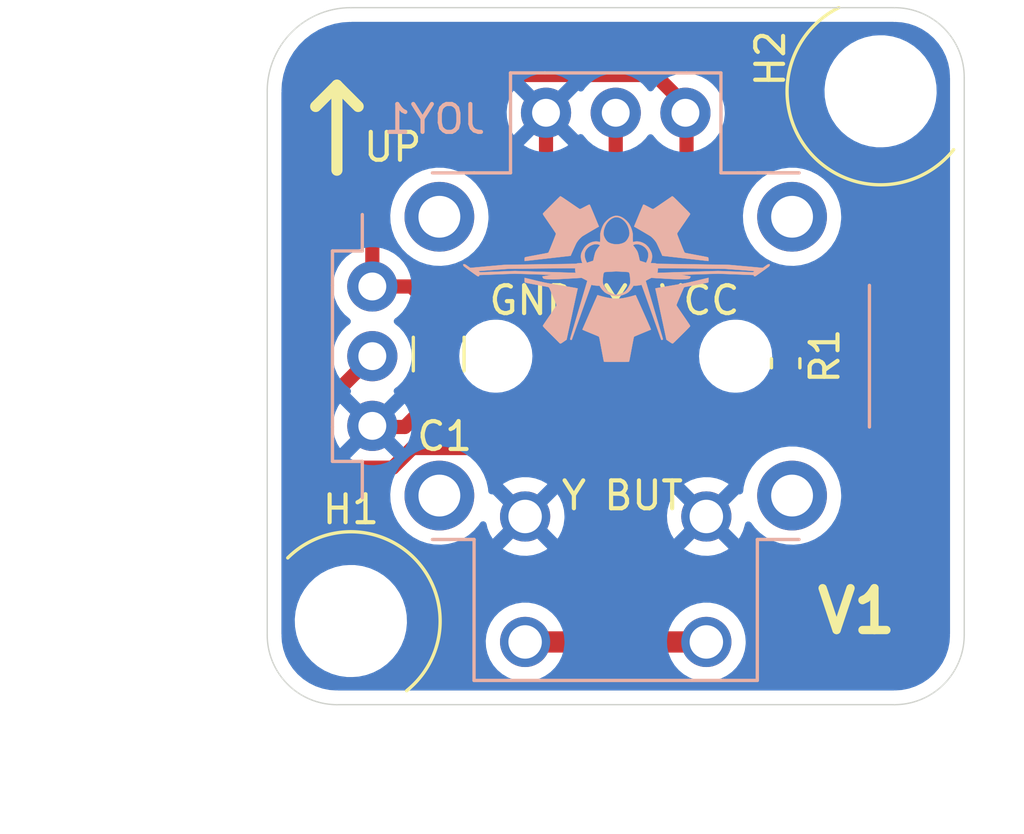
<source format=kicad_pcb>
(kicad_pcb (version 20211014) (generator pcbnew)
  (layers (0 "F.Cu" signal) (31 "B.Cu" signal) (34 "B.Paste" user) (35 "F.Paste" user) (36 "B.SilkS" user "B.Silkscreen") (37 "F.SilkS" user "F.Silkscreen") (38 "B.Mask" user) (39 "F.Mask" user) (44 "Edge.Cuts" user))
  (net 0 "")
  (net 1 "GND")
  (net 2 "VCC")
  (net 3 "Net-(J3-Pad1)")
  (net 4 "Net-(J4-Pad1)")
  (net 5 "Net-(J5-Pad1)")
  (footprint "MountingHole:MountingHole_3mm" (layer "F.Cu") (at 100.5 94.5)
    (fp_text reference "H1" (at 0 -4) (layer "F.SilkS"))
    (fp_text value "MountingHole")
    (pad "" np_thru_hole circle locked (at 0 0) (size 3 3) (drill 3) (layers *.Cu *.Mask))
  )
  (footprint "Capacitor_SMD:C_1206_3216Metric" (layer "F.Cu") (at 103.65 84.9238 -90)
    (fp_text reference "C1" (at 2.949847 -0.211956) (layer "F.SilkS"))
    (fp_text value "4.7uF")
    (pad "1" smd roundrect locked (at -1.4 0 270) (size 1.25 1.75) (layers "F.Cu" "F.Paste" "F.Mask") (roundrect_rratio 0.2) (net 2 "VCC"))
    (pad "2" smd roundrect locked (at 1.4 0 270) (size 1.25 1.75) (layers "F.Cu" "F.Paste" "F.Mask") (roundrect_rratio 0.2) (net 1 "GND"))
  )
  (footprint "MountingHole:MountingHole_3mm" (layer "F.Cu") (at 119.5 75.5)
    (fp_text reference "H2" (at -3.952 -1.176 90) (layer "F.SilkS"))
    (fp_text value "MountingHole")
    (pad "" np_thru_hole circle locked (at 0 0) (size 3 3) (drill 3) (layers *.Cu *.Mask))
  )
  (footprint "KiCAD_Libraries:SolderWirePad_1x01_SMD_2x4mm" (layer "F.Cu") (at 113 80.0978)
    (fp_text reference "J2" hide)
    (fp_text value "Conn_01x01")
    (pad "1" smd roundrect locked (at 0 0) (size 2 4) (layers "F.Cu" "F.Paste" "F.Mask") (net 2 "VCC"))
  )
  (footprint "KiCAD_Libraries:SolderWirePad_1x01_SMD_2x4mm" (layer "F.Cu") (at 110.127 80.1486)
    (fp_text reference "J3" hide)
    (fp_text value "Conn_01x01")
    (pad "1" smd roundrect locked (at 0 0) (size 2 4) (layers "F.Cu" "F.Paste" "F.Mask") (net 3 "Net-(J3-Pad1)"))
  )
  (footprint "KiCAD_Libraries:SolderWirePad_1x01_SMD_2x4mm" (layer "F.Cu") (at 111.4986 87 180)
    (fp_text reference "J5" hide)
    (fp_text value "Conn_01x01")
    (pad "1" smd roundrect locked (at 0 0 180) (size 2 4) (layers "F.Cu" "F.Paste" "F.Mask") (net 5 "Net-(J5-Pad1)"))
  )
  (footprint "KiCAD_Libraries:SolderWirePad_1x01_SMD_2x4mm" (layer "F.Cu") (at 107 80.1232)
    (fp_text reference "J6" hide)
    (fp_text value "Conn_01x01")
    (pad "1" smd roundrect locked (at 0 0) (size 2 4) (layers "F.Cu" "F.Paste" "F.Mask") (net 1 "GND"))
  )
  (footprint "Resistor_SMD:R_0603_1608Metric" (layer "F.Cu") (at 116.096 85.254 -90)
    (fp_text reference "R1" (at -0.254 -1.404 -90) (layer "F.SilkS"))
    (fp_text value "10k")
    (pad "1" smd roundrect locked (at -0.7875 0 270) (size 0.875 0.95) (layers "F.Cu" "F.Paste" "F.Mask") (net 2 "VCC"))
    (pad "2" smd roundrect locked (at 0.7875 0 270) (size 0.875 0.95) (layers "F.Cu" "F.Paste" "F.Mask") (net 5 "Net-(J5-Pad1)"))
  )
  (footprint "KiCAD_Libraries:SolderWirePad_1x01_SMD_2x4mm" (layer "F.Cu") (at 108.4252 87 180)
    (fp_text reference "J4" hide)
    (fp_text value "Conn_01x01")
    (pad "1" smd roundrect locked (at 0 0 180) (size 2 4) (layers "F.Cu" "F.Paste" "F.Mask") (net 4 "Net-(J4-Pad1)"))
  )
  (footprint "KiCAD_Libraries:RKJXV12" (layer "B.Cu") (at 110 85 180)
    (fp_text reference "JOY1" (at 6.5 8.5) (layer "B.SilkS") (effects (justify mirror)))
    (fp_text value "ANALOGSTICK_CENTERPUSH")
    (pad "" np_thru_hole circle locked (at -4.3 0) (size 1.6 1.6) (drill 1.6) (layers *.Cu *.Mask))
    (pad "" np_thru_hole circle locked (at 4.3 0 180) (size 1.6 1.6) (drill 1.6) (layers *.Cu *.Mask))
    (pad "1" thru_hole circle locked (at 8.73 -2.5 180) (size 1.8 1.8) (drill 1) (layers *.Cu *.Mask) (net 1 "GND"))
    (pad "2" thru_hole circle locked (at 8.73 0 180) (size 1.8 1.8) (drill 1) (layers *.Cu *.Mask) (net 4 "Net-(J4-Pad1)"))
    (pad "3" thru_hole circle locked (at 8.73 2.5 180) (size 1.8 1.8) (drill 1) (layers *.Cu *.Mask) (net 2 "VCC"))
    (pad "4" thru_hole circle locked (at 2.5 8.73 90) (size 1.8 1.8) (drill 1) (layers *.Cu *.Mask) (net 1 "GND"))
    (pad "5" thru_hole circle locked (at 0 8.73 90) (size 1.8 1.8) (drill 1) (layers *.Cu *.Mask) (net 3 "Net-(J3-Pad1)"))
    (pad "6" thru_hole circle locked (at -2.5 8.73 90) (size 1.8 1.8) (drill 1) (layers *.Cu *.Mask) (net 2 "VCC"))
    (pad "MNT1" thru_hole circle locked (at 6.325 5) (size 2.5 2.5) (drill 1.5) (layers *.Cu *.Mask))
    (pad "MNT1" thru_hole circle locked (at 6.325 -5 180) (size 2.5 2.5) (drill 1.5) (layers *.Cu *.Mask))
    (pad "MNT1" thru_hole circle locked (at -6.325 -5 180) (size 2.5 2.5) (drill 1.5) (layers *.Cu *.Mask))
    (pad "MNT1" thru_hole circle locked (at -6.325 5) (size 2.5 2.5) (drill 1.5) (layers *.Cu *.Mask))
    (pad "a" thru_hole circle locked (at -3.25 -5.75 180) (size 1.8 1.8) (drill 1.2) (layers *.Cu *.Mask) (net 1 "GND"))
    (pad "b" thru_hole circle locked (at -3.25 -10.25 180) (size 1.8 1.8) (drill 1.2) (layers *.Cu *.Mask) (net 5 "Net-(J5-Pad1)"))
    (pad "c" thru_hole circle locked (at 3.25 -5.75 180) (size 1.8 1.8) (drill 1.2) (layers *.Cu *.Mask) (net 1 "GND"))
    (pad "d" thru_hole circle locked (at 3.25 -10.25 180) (size 1.8 1.8) (drill 1.2) (layers *.Cu *.Mask) (net 5 "Net-(J5-Pad1)"))
  )
  (footprint "KiCAD_Libraries:OH_LOGO_NO_TEXT_11mm_5.9mm" (layer "B.Cu") (at 110 81.952)
    (fp_text reference "G***" hide)
    (fp_text value "LOGO" hide)
  )
  (gr_arc (start 98.236155 92.236155) (mid 102.885572 92.364811) (end 102.499999 96.999999) (layer "F.SilkS") (width 0.12))
  (gr_arc (start 122.119112 77.59529) (mid 116.89163 77.608647) (end 118.000001 72.500001) (layer "F.SilkS") (width 0.12))
  (gr_arc (start 100 97.5) (mid 98.232233 96.767767) (end 97.5 95) (layer "Edge.Cuts") (width 0.05))
  (gr_arc (start 97.5 75.5) (mid 98.37868 73.37868) (end 100.5 72.5) (layer "Edge.Cuts") (width 0.05))
  (gr_line (start 120 97.5) (end 100 97.5) (layer "Edge.Cuts") (width 0.05))
  (gr_line (start 100.5 72.5) (end 120 72.5) (layer "Edge.Cuts") (width 0.05))
  (gr_arc (start 122.5 95) (mid 121.767767 96.767767) (end 120 97.5) (layer "Edge.Cuts") (width 0.05))
  (gr_line (start 122.5 75) (end 122.5 95) (layer "Edge.Cuts") (width 0.05))
  (gr_arc (start 120 72.5) (mid 121.767767 73.232233) (end 122.5 75) (layer "Edge.Cuts") (width 0.05))
  (gr_line (start 97.5 95) (end 97.5 75.5) (layer "Edge.Cuts") (width 0.05))
  (gr_text "↑" (at 100 76.5) (layer "F.SilkS") (effects (font (size 4 4) (thickness 0.4))))
  (gr_text "GND" (at 107 83) (layer "F.SilkS") (effects (font (size 1 1))))
  (gr_text "BUT" (at 111 90) (layer "F.SilkS") (effects (font (size 1 1))))
  (gr_text "V1" (at 118.636 94.144) (layer "F.SilkS") (effects (font (size 1.5 1.5) (thickness 0.3))))
  (gr_text "Y" (at 108.5 90) (layer "F.SilkS") (effects (font (size 1 1))))
  (gr_text "UP" (at 102 77.5) (layer "F.SilkS") (effects (font (size 1 1))))
  (gr_text "Y" (at 110 83) (layer "F.SilkS") (effects (font (size 1 1))))
  (gr_text "VCC" (at 113 83) (layer "F.SilkS") (effects (font (size 1 1))))
  (segment (start 103 86.9738) (end 102.4338 87.54) (width 0.508) (layer "F.Cu") (net 1))
  (segment (start 102.4338 87.54) (end 101.364 87.54) (width 0.508) (layer "F.Cu") (net 1))
  (segment (start 103.65 86.3238) (end 103 86.9738) (width 0.508) (layer "F.Cu") (net 1))
  (segment (start 107.5 76.27) (end 107.5 79.5) (width 0.508) (layer "F.Cu") (net 1))
  (segment (start 112.54 79.666) (end 112.54 76.54) (width 0.508) (layer "F.Cu") (net 2))
  (segment (start 101.27 76.73) (end 103.084001 74.915999) (width 0.508) (layer "F.Cu") (net 2))
  (segment (start 116.096 84.4665) (end 116.096 83.73) (width 0.508) (layer "F.Cu") (net 2))
  (segment (start 101.27 82.5) (end 101.27 76.73) (width 0.508) (layer "F.Cu") (net 2))
  (segment (start 103.084001 74.915999) (end 111.415999 74.915999) (width 0.508) (layer "F.Cu") (net 2))
  (segment (start 113.048 80.682) (end 113.048 80.428) (width 0.508) (layer "F.Cu") (net 2))
  (segment (start 101.27 82.5) (end 102.674 82.5) (width 0.508) (layer "F.Cu") (net 2))
  (segment (start 112.54 76.54) (end 112.5 76.5) (width 0.508) (layer "F.Cu") (net 2))
  (segment (start 111.415999 74.915999) (end 112.5 76) (width 0.508) (layer "F.Cu") (net 2))
  (segment (start 102.674 82.5) (end 103.396 83.222) (width 0.508) (layer "F.Cu") (net 2))
  (segment (start 116.096 83.73) (end 113.048 80.682) (width 0.508) (layer "F.Cu") (net 2))
  (segment (start 110 76.27) (end 110 80.174) (width 0.508) (layer "F.Cu") (net 3))
  (segment (start 110 80.174) (end 110.0762 80.2502) (width 0.508) (layer "F.Cu") (net 3))
  (segment (start 99.5 88.116961) (end 100.383039 89) (width 0.508) (layer "F.Cu") (net 4))
  (segment (start 99.5 86.77) (end 99.5 88.116961) (width 0.508) (layer "F.Cu") (net 4))
  (segment (start 102 89) (end 102.704001 88.295999) (width 0.508) (layer "F.Cu") (net 4))
  (segment (start 107.704001 88.295999) (end 108 88) (width 0.508) (layer "F.Cu") (net 4))
  (segment (start 101.27 85) (end 99.5 86.77) (width 0.508) (layer "F.Cu") (net 4))
  (segment (start 100.383039 89) (end 102 89) (width 0.508) (layer "F.Cu") (net 4))
  (segment (start 102.704001 88.295999) (end 107.704001 88.295999) (width 0.508) (layer "F.Cu") (net 4))
  (segment (start 113.2628 95.25) (end 113.2766 95.2362) (width 0.762) (layer "F.Cu") (net 5))
  (segment (start 109.9238 92.1374) (end 109.9238 91.6802) (width 0.762) (layer "F.Cu") (net 5))
  (segment (start 106.75 95.25) (end 110.2678 95.25) (width 0.762) (layer "F.Cu") (net 5))
  (segment (start 110.2678 95.25) (end 113.2628 95.25) (width 0.762) (layer "F.Cu") (net 5))
  (segment (start 116.096 86.0415) (end 116.096 86.778) (width 0.508) (layer "F.Cu") (net 5))
  (segment (start 109.9238 91.6802) (end 111.524 90.08) (width 0.762) (layer "F.Cu") (net 5))
  (segment (start 115.08 87.794) (end 111.524 87.794) (width 0.508) (layer "F.Cu") (net 5))
  (segment (start 111.524 90.08) (end 111.524 87.794) (width 0.762) (layer "F.Cu") (net 5))
  (segment (start 109.9238 92.1374) (end 109.9238 94.906) (width 0.762) (layer "F.Cu") (net 5))
  (segment (start 116.096 86.778) (end 115.08 87.794) (width 0.508) (layer "F.Cu") (net 5))
  (zone (net 1) (net_name "GND") (layer "B.Cu") (connect_pads (clearance 0.508)) (min_thickness 0.254) (fill yes (thermal_gap 0.508) (thermal_bridge_width 0.508))
    (polygon (pts (xy 122.5 97.5) (xy 97.5 97.5) (xy 97.5 72.5) (xy 122.5 72.5)))
  )
)
</source>
